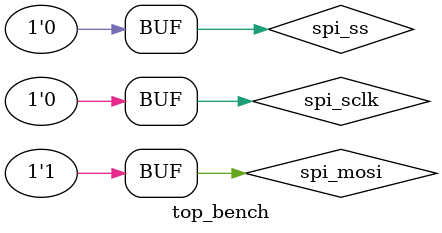
<source format=v>
`timescale 1ns / 1ps


module top_bench;

	// Inputs
	reg spi_mosi;
	reg spi_sclk;
	reg spi_ss;

	// Outputs
	wire sr_data;
	wire sr_clock;
	wire sr_latch;
	wire sr_enable;
	wire [13:0] fet_gate;

	// Instantiate the Unit Under Test (UUT)
	top uut (
		.spi_mosi(spi_mosi), 
		.spi_sclk(spi_sclk), 
		.spi_ss(spi_ss), 
		.sr_data(sr_data), 
		.sr_clock(sr_clock), 
		.sr_latch(sr_latch), 
		.sr_enable(sr_enable), 
		.fet_gate(fet_gate)
	);

	initial begin
		// Initialize Inputs
		spi_mosi = 0;
		spi_sclk = 0;
		spi_ss = 0;

		// Wait 100 ns for global reset to finish
//		#100;
        
		// Add stimulus here
		#10;
		spi_mosi <= 1;
		spi_ss <= 1;
		#9;
		spi_ss <= 0;
	end
	
	always begin
		spi_sclk <= 1;
		#2;
		spi_sclk <= 0;
		#2;
	end
endmodule


</source>
